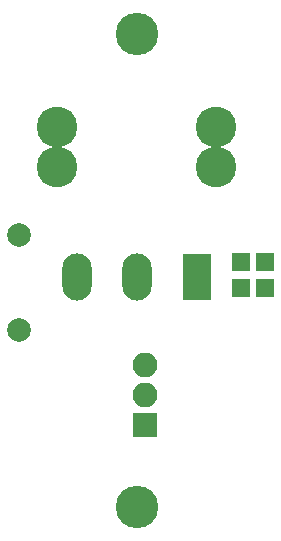
<source format=gts>
G04 #@! TF.FileFunction,Soldermask,Top*
%FSLAX46Y46*%
G04 Gerber Fmt 4.6, Leading zero omitted, Abs format (unit mm)*
G04 Created by KiCad (PCBNEW 4.0.7-e2-6376~61~ubuntu18.04.1) date Thu Dec  5 21:11:02 2019*
%MOMM*%
%LPD*%
G01*
G04 APERTURE LIST*
%ADD10C,0.100000*%
%ADD11C,2.000000*%
%ADD12C,3.600000*%
%ADD13R,1.600000X1.600000*%
%ADD14R,2.100000X2.100000*%
%ADD15O,2.100000X2.100000*%
%ADD16C,3.448000*%
%ADD17R,2.480000X4.000000*%
%ADD18O,2.480000X4.000000*%
G04 APERTURE END LIST*
D10*
D11*
X2500000Y-28500000D03*
D12*
X12500000Y-3500000D03*
D13*
X21336000Y-22776000D03*
X21336000Y-24976000D03*
X23368000Y-22776000D03*
X23368000Y-24976000D03*
D14*
X13208000Y-36580000D03*
D15*
X13208000Y-34040000D03*
X13208000Y-31500000D03*
D11*
X2500000Y-20500000D03*
D12*
X12500000Y-43500000D03*
D16*
X5769000Y-11298200D03*
X5769000Y-14701800D03*
X19231000Y-11298200D03*
X19231000Y-14701800D03*
D17*
X17580000Y-24000000D03*
D18*
X12500000Y-24000000D03*
X7420000Y-24000000D03*
M02*

</source>
